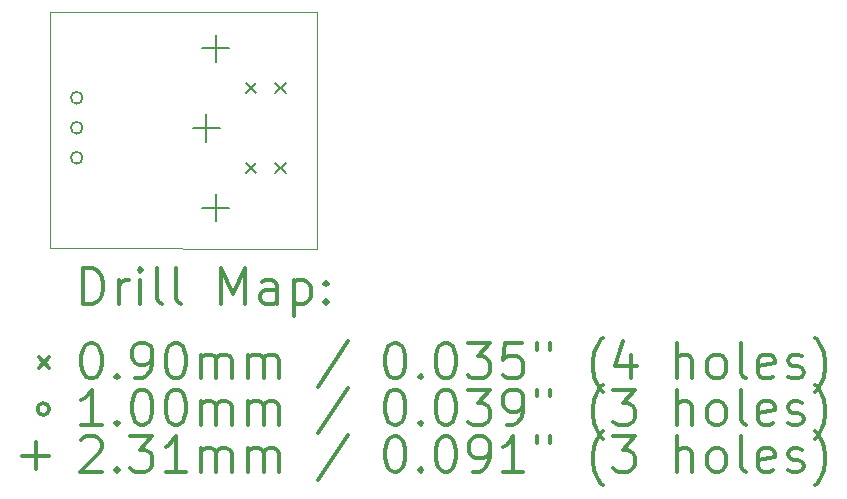
<source format=gbr>
%FSLAX45Y45*%
G04 Gerber Fmt 4.5, Leading zero omitted, Abs format (unit mm)*
G04 Created by KiCad (PCBNEW (5.1.9)-1) date 2021-04-04 18:43:19*
%MOMM*%
%LPD*%
G01*
G04 APERTURE LIST*
%TA.AperFunction,Profile*%
%ADD10C,0.050000*%
%TD*%
%ADD11C,0.200000*%
%ADD12C,0.300000*%
G04 APERTURE END LIST*
D10*
X13998000Y-12091000D02*
X14002000Y-12091000D01*
X14003000Y-12091000D02*
X16262000Y-12092000D01*
X13999000Y-10085000D02*
X13998000Y-12091000D01*
X16259000Y-10086000D02*
X13999000Y-10085000D01*
X16260000Y-12092000D02*
X16259000Y-10086000D01*
D11*
X15660000Y-10686000D02*
X15750000Y-10776000D01*
X15750000Y-10686000D02*
X15660000Y-10776000D01*
X15660000Y-11366000D02*
X15750000Y-11456000D01*
X15750000Y-11366000D02*
X15660000Y-11456000D01*
X15910000Y-10686000D02*
X16000000Y-10776000D01*
X16000000Y-10686000D02*
X15910000Y-10776000D01*
X15910000Y-11366000D02*
X16000000Y-11456000D01*
X16000000Y-11366000D02*
X15910000Y-11456000D01*
X14278000Y-10815000D02*
G75*
G03*
X14278000Y-10815000I-50000J0D01*
G01*
X14278000Y-11069000D02*
G75*
G03*
X14278000Y-11069000I-50000J0D01*
G01*
X14278000Y-11323000D02*
G75*
G03*
X14278000Y-11323000I-50000J0D01*
G01*
X15325000Y-10955500D02*
X15325000Y-11186500D01*
X15209500Y-11071000D02*
X15440500Y-11071000D01*
X15405000Y-10280500D02*
X15405000Y-10511500D01*
X15289500Y-10396000D02*
X15520500Y-10396000D01*
X15405000Y-11630500D02*
X15405000Y-11861500D01*
X15289500Y-11746000D02*
X15520500Y-11746000D01*
D12*
X14281928Y-12560214D02*
X14281928Y-12260214D01*
X14353357Y-12260214D01*
X14396214Y-12274500D01*
X14424786Y-12303071D01*
X14439071Y-12331643D01*
X14453357Y-12388786D01*
X14453357Y-12431643D01*
X14439071Y-12488786D01*
X14424786Y-12517357D01*
X14396214Y-12545929D01*
X14353357Y-12560214D01*
X14281928Y-12560214D01*
X14581928Y-12560214D02*
X14581928Y-12360214D01*
X14581928Y-12417357D02*
X14596214Y-12388786D01*
X14610500Y-12374500D01*
X14639071Y-12360214D01*
X14667643Y-12360214D01*
X14767643Y-12560214D02*
X14767643Y-12360214D01*
X14767643Y-12260214D02*
X14753357Y-12274500D01*
X14767643Y-12288786D01*
X14781928Y-12274500D01*
X14767643Y-12260214D01*
X14767643Y-12288786D01*
X14953357Y-12560214D02*
X14924786Y-12545929D01*
X14910500Y-12517357D01*
X14910500Y-12260214D01*
X15110500Y-12560214D02*
X15081928Y-12545929D01*
X15067643Y-12517357D01*
X15067643Y-12260214D01*
X15453357Y-12560214D02*
X15453357Y-12260214D01*
X15553357Y-12474500D01*
X15653357Y-12260214D01*
X15653357Y-12560214D01*
X15924786Y-12560214D02*
X15924786Y-12403071D01*
X15910500Y-12374500D01*
X15881928Y-12360214D01*
X15824786Y-12360214D01*
X15796214Y-12374500D01*
X15924786Y-12545929D02*
X15896214Y-12560214D01*
X15824786Y-12560214D01*
X15796214Y-12545929D01*
X15781928Y-12517357D01*
X15781928Y-12488786D01*
X15796214Y-12460214D01*
X15824786Y-12445929D01*
X15896214Y-12445929D01*
X15924786Y-12431643D01*
X16067643Y-12360214D02*
X16067643Y-12660214D01*
X16067643Y-12374500D02*
X16096214Y-12360214D01*
X16153357Y-12360214D01*
X16181928Y-12374500D01*
X16196214Y-12388786D01*
X16210500Y-12417357D01*
X16210500Y-12503071D01*
X16196214Y-12531643D01*
X16181928Y-12545929D01*
X16153357Y-12560214D01*
X16096214Y-12560214D01*
X16067643Y-12545929D01*
X16339071Y-12531643D02*
X16353357Y-12545929D01*
X16339071Y-12560214D01*
X16324786Y-12545929D01*
X16339071Y-12531643D01*
X16339071Y-12560214D01*
X16339071Y-12374500D02*
X16353357Y-12388786D01*
X16339071Y-12403071D01*
X16324786Y-12388786D01*
X16339071Y-12374500D01*
X16339071Y-12403071D01*
X13905500Y-13009500D02*
X13995500Y-13099500D01*
X13995500Y-13009500D02*
X13905500Y-13099500D01*
X14339071Y-12890214D02*
X14367643Y-12890214D01*
X14396214Y-12904500D01*
X14410500Y-12918786D01*
X14424786Y-12947357D01*
X14439071Y-13004500D01*
X14439071Y-13075929D01*
X14424786Y-13133071D01*
X14410500Y-13161643D01*
X14396214Y-13175929D01*
X14367643Y-13190214D01*
X14339071Y-13190214D01*
X14310500Y-13175929D01*
X14296214Y-13161643D01*
X14281928Y-13133071D01*
X14267643Y-13075929D01*
X14267643Y-13004500D01*
X14281928Y-12947357D01*
X14296214Y-12918786D01*
X14310500Y-12904500D01*
X14339071Y-12890214D01*
X14567643Y-13161643D02*
X14581928Y-13175929D01*
X14567643Y-13190214D01*
X14553357Y-13175929D01*
X14567643Y-13161643D01*
X14567643Y-13190214D01*
X14724786Y-13190214D02*
X14781928Y-13190214D01*
X14810500Y-13175929D01*
X14824786Y-13161643D01*
X14853357Y-13118786D01*
X14867643Y-13061643D01*
X14867643Y-12947357D01*
X14853357Y-12918786D01*
X14839071Y-12904500D01*
X14810500Y-12890214D01*
X14753357Y-12890214D01*
X14724786Y-12904500D01*
X14710500Y-12918786D01*
X14696214Y-12947357D01*
X14696214Y-13018786D01*
X14710500Y-13047357D01*
X14724786Y-13061643D01*
X14753357Y-13075929D01*
X14810500Y-13075929D01*
X14839071Y-13061643D01*
X14853357Y-13047357D01*
X14867643Y-13018786D01*
X15053357Y-12890214D02*
X15081928Y-12890214D01*
X15110500Y-12904500D01*
X15124786Y-12918786D01*
X15139071Y-12947357D01*
X15153357Y-13004500D01*
X15153357Y-13075929D01*
X15139071Y-13133071D01*
X15124786Y-13161643D01*
X15110500Y-13175929D01*
X15081928Y-13190214D01*
X15053357Y-13190214D01*
X15024786Y-13175929D01*
X15010500Y-13161643D01*
X14996214Y-13133071D01*
X14981928Y-13075929D01*
X14981928Y-13004500D01*
X14996214Y-12947357D01*
X15010500Y-12918786D01*
X15024786Y-12904500D01*
X15053357Y-12890214D01*
X15281928Y-13190214D02*
X15281928Y-12990214D01*
X15281928Y-13018786D02*
X15296214Y-13004500D01*
X15324786Y-12990214D01*
X15367643Y-12990214D01*
X15396214Y-13004500D01*
X15410500Y-13033071D01*
X15410500Y-13190214D01*
X15410500Y-13033071D02*
X15424786Y-13004500D01*
X15453357Y-12990214D01*
X15496214Y-12990214D01*
X15524786Y-13004500D01*
X15539071Y-13033071D01*
X15539071Y-13190214D01*
X15681928Y-13190214D02*
X15681928Y-12990214D01*
X15681928Y-13018786D02*
X15696214Y-13004500D01*
X15724786Y-12990214D01*
X15767643Y-12990214D01*
X15796214Y-13004500D01*
X15810500Y-13033071D01*
X15810500Y-13190214D01*
X15810500Y-13033071D02*
X15824786Y-13004500D01*
X15853357Y-12990214D01*
X15896214Y-12990214D01*
X15924786Y-13004500D01*
X15939071Y-13033071D01*
X15939071Y-13190214D01*
X16524786Y-12875929D02*
X16267643Y-13261643D01*
X16910500Y-12890214D02*
X16939071Y-12890214D01*
X16967643Y-12904500D01*
X16981928Y-12918786D01*
X16996214Y-12947357D01*
X17010500Y-13004500D01*
X17010500Y-13075929D01*
X16996214Y-13133071D01*
X16981928Y-13161643D01*
X16967643Y-13175929D01*
X16939071Y-13190214D01*
X16910500Y-13190214D01*
X16881928Y-13175929D01*
X16867643Y-13161643D01*
X16853357Y-13133071D01*
X16839071Y-13075929D01*
X16839071Y-13004500D01*
X16853357Y-12947357D01*
X16867643Y-12918786D01*
X16881928Y-12904500D01*
X16910500Y-12890214D01*
X17139071Y-13161643D02*
X17153357Y-13175929D01*
X17139071Y-13190214D01*
X17124786Y-13175929D01*
X17139071Y-13161643D01*
X17139071Y-13190214D01*
X17339071Y-12890214D02*
X17367643Y-12890214D01*
X17396214Y-12904500D01*
X17410500Y-12918786D01*
X17424786Y-12947357D01*
X17439071Y-13004500D01*
X17439071Y-13075929D01*
X17424786Y-13133071D01*
X17410500Y-13161643D01*
X17396214Y-13175929D01*
X17367643Y-13190214D01*
X17339071Y-13190214D01*
X17310500Y-13175929D01*
X17296214Y-13161643D01*
X17281928Y-13133071D01*
X17267643Y-13075929D01*
X17267643Y-13004500D01*
X17281928Y-12947357D01*
X17296214Y-12918786D01*
X17310500Y-12904500D01*
X17339071Y-12890214D01*
X17539071Y-12890214D02*
X17724786Y-12890214D01*
X17624786Y-13004500D01*
X17667643Y-13004500D01*
X17696214Y-13018786D01*
X17710500Y-13033071D01*
X17724786Y-13061643D01*
X17724786Y-13133071D01*
X17710500Y-13161643D01*
X17696214Y-13175929D01*
X17667643Y-13190214D01*
X17581928Y-13190214D01*
X17553357Y-13175929D01*
X17539071Y-13161643D01*
X17996214Y-12890214D02*
X17853357Y-12890214D01*
X17839071Y-13033071D01*
X17853357Y-13018786D01*
X17881928Y-13004500D01*
X17953357Y-13004500D01*
X17981928Y-13018786D01*
X17996214Y-13033071D01*
X18010500Y-13061643D01*
X18010500Y-13133071D01*
X17996214Y-13161643D01*
X17981928Y-13175929D01*
X17953357Y-13190214D01*
X17881928Y-13190214D01*
X17853357Y-13175929D01*
X17839071Y-13161643D01*
X18124786Y-12890214D02*
X18124786Y-12947357D01*
X18239071Y-12890214D02*
X18239071Y-12947357D01*
X18681928Y-13304500D02*
X18667643Y-13290214D01*
X18639071Y-13247357D01*
X18624786Y-13218786D01*
X18610500Y-13175929D01*
X18596214Y-13104500D01*
X18596214Y-13047357D01*
X18610500Y-12975929D01*
X18624786Y-12933071D01*
X18639071Y-12904500D01*
X18667643Y-12861643D01*
X18681928Y-12847357D01*
X18924786Y-12990214D02*
X18924786Y-13190214D01*
X18853357Y-12875929D02*
X18781928Y-13090214D01*
X18967643Y-13090214D01*
X19310500Y-13190214D02*
X19310500Y-12890214D01*
X19439071Y-13190214D02*
X19439071Y-13033071D01*
X19424786Y-13004500D01*
X19396214Y-12990214D01*
X19353357Y-12990214D01*
X19324786Y-13004500D01*
X19310500Y-13018786D01*
X19624786Y-13190214D02*
X19596214Y-13175929D01*
X19581928Y-13161643D01*
X19567643Y-13133071D01*
X19567643Y-13047357D01*
X19581928Y-13018786D01*
X19596214Y-13004500D01*
X19624786Y-12990214D01*
X19667643Y-12990214D01*
X19696214Y-13004500D01*
X19710500Y-13018786D01*
X19724786Y-13047357D01*
X19724786Y-13133071D01*
X19710500Y-13161643D01*
X19696214Y-13175929D01*
X19667643Y-13190214D01*
X19624786Y-13190214D01*
X19896214Y-13190214D02*
X19867643Y-13175929D01*
X19853357Y-13147357D01*
X19853357Y-12890214D01*
X20124786Y-13175929D02*
X20096214Y-13190214D01*
X20039071Y-13190214D01*
X20010500Y-13175929D01*
X19996214Y-13147357D01*
X19996214Y-13033071D01*
X20010500Y-13004500D01*
X20039071Y-12990214D01*
X20096214Y-12990214D01*
X20124786Y-13004500D01*
X20139071Y-13033071D01*
X20139071Y-13061643D01*
X19996214Y-13090214D01*
X20253357Y-13175929D02*
X20281928Y-13190214D01*
X20339071Y-13190214D01*
X20367643Y-13175929D01*
X20381928Y-13147357D01*
X20381928Y-13133071D01*
X20367643Y-13104500D01*
X20339071Y-13090214D01*
X20296214Y-13090214D01*
X20267643Y-13075929D01*
X20253357Y-13047357D01*
X20253357Y-13033071D01*
X20267643Y-13004500D01*
X20296214Y-12990214D01*
X20339071Y-12990214D01*
X20367643Y-13004500D01*
X20481928Y-13304500D02*
X20496214Y-13290214D01*
X20524786Y-13247357D01*
X20539071Y-13218786D01*
X20553357Y-13175929D01*
X20567643Y-13104500D01*
X20567643Y-13047357D01*
X20553357Y-12975929D01*
X20539071Y-12933071D01*
X20524786Y-12904500D01*
X20496214Y-12861643D01*
X20481928Y-12847357D01*
X13995500Y-13450500D02*
G75*
G03*
X13995500Y-13450500I-50000J0D01*
G01*
X14439071Y-13586214D02*
X14267643Y-13586214D01*
X14353357Y-13586214D02*
X14353357Y-13286214D01*
X14324786Y-13329071D01*
X14296214Y-13357643D01*
X14267643Y-13371929D01*
X14567643Y-13557643D02*
X14581928Y-13571929D01*
X14567643Y-13586214D01*
X14553357Y-13571929D01*
X14567643Y-13557643D01*
X14567643Y-13586214D01*
X14767643Y-13286214D02*
X14796214Y-13286214D01*
X14824786Y-13300500D01*
X14839071Y-13314786D01*
X14853357Y-13343357D01*
X14867643Y-13400500D01*
X14867643Y-13471929D01*
X14853357Y-13529071D01*
X14839071Y-13557643D01*
X14824786Y-13571929D01*
X14796214Y-13586214D01*
X14767643Y-13586214D01*
X14739071Y-13571929D01*
X14724786Y-13557643D01*
X14710500Y-13529071D01*
X14696214Y-13471929D01*
X14696214Y-13400500D01*
X14710500Y-13343357D01*
X14724786Y-13314786D01*
X14739071Y-13300500D01*
X14767643Y-13286214D01*
X15053357Y-13286214D02*
X15081928Y-13286214D01*
X15110500Y-13300500D01*
X15124786Y-13314786D01*
X15139071Y-13343357D01*
X15153357Y-13400500D01*
X15153357Y-13471929D01*
X15139071Y-13529071D01*
X15124786Y-13557643D01*
X15110500Y-13571929D01*
X15081928Y-13586214D01*
X15053357Y-13586214D01*
X15024786Y-13571929D01*
X15010500Y-13557643D01*
X14996214Y-13529071D01*
X14981928Y-13471929D01*
X14981928Y-13400500D01*
X14996214Y-13343357D01*
X15010500Y-13314786D01*
X15024786Y-13300500D01*
X15053357Y-13286214D01*
X15281928Y-13586214D02*
X15281928Y-13386214D01*
X15281928Y-13414786D02*
X15296214Y-13400500D01*
X15324786Y-13386214D01*
X15367643Y-13386214D01*
X15396214Y-13400500D01*
X15410500Y-13429071D01*
X15410500Y-13586214D01*
X15410500Y-13429071D02*
X15424786Y-13400500D01*
X15453357Y-13386214D01*
X15496214Y-13386214D01*
X15524786Y-13400500D01*
X15539071Y-13429071D01*
X15539071Y-13586214D01*
X15681928Y-13586214D02*
X15681928Y-13386214D01*
X15681928Y-13414786D02*
X15696214Y-13400500D01*
X15724786Y-13386214D01*
X15767643Y-13386214D01*
X15796214Y-13400500D01*
X15810500Y-13429071D01*
X15810500Y-13586214D01*
X15810500Y-13429071D02*
X15824786Y-13400500D01*
X15853357Y-13386214D01*
X15896214Y-13386214D01*
X15924786Y-13400500D01*
X15939071Y-13429071D01*
X15939071Y-13586214D01*
X16524786Y-13271929D02*
X16267643Y-13657643D01*
X16910500Y-13286214D02*
X16939071Y-13286214D01*
X16967643Y-13300500D01*
X16981928Y-13314786D01*
X16996214Y-13343357D01*
X17010500Y-13400500D01*
X17010500Y-13471929D01*
X16996214Y-13529071D01*
X16981928Y-13557643D01*
X16967643Y-13571929D01*
X16939071Y-13586214D01*
X16910500Y-13586214D01*
X16881928Y-13571929D01*
X16867643Y-13557643D01*
X16853357Y-13529071D01*
X16839071Y-13471929D01*
X16839071Y-13400500D01*
X16853357Y-13343357D01*
X16867643Y-13314786D01*
X16881928Y-13300500D01*
X16910500Y-13286214D01*
X17139071Y-13557643D02*
X17153357Y-13571929D01*
X17139071Y-13586214D01*
X17124786Y-13571929D01*
X17139071Y-13557643D01*
X17139071Y-13586214D01*
X17339071Y-13286214D02*
X17367643Y-13286214D01*
X17396214Y-13300500D01*
X17410500Y-13314786D01*
X17424786Y-13343357D01*
X17439071Y-13400500D01*
X17439071Y-13471929D01*
X17424786Y-13529071D01*
X17410500Y-13557643D01*
X17396214Y-13571929D01*
X17367643Y-13586214D01*
X17339071Y-13586214D01*
X17310500Y-13571929D01*
X17296214Y-13557643D01*
X17281928Y-13529071D01*
X17267643Y-13471929D01*
X17267643Y-13400500D01*
X17281928Y-13343357D01*
X17296214Y-13314786D01*
X17310500Y-13300500D01*
X17339071Y-13286214D01*
X17539071Y-13286214D02*
X17724786Y-13286214D01*
X17624786Y-13400500D01*
X17667643Y-13400500D01*
X17696214Y-13414786D01*
X17710500Y-13429071D01*
X17724786Y-13457643D01*
X17724786Y-13529071D01*
X17710500Y-13557643D01*
X17696214Y-13571929D01*
X17667643Y-13586214D01*
X17581928Y-13586214D01*
X17553357Y-13571929D01*
X17539071Y-13557643D01*
X17867643Y-13586214D02*
X17924786Y-13586214D01*
X17953357Y-13571929D01*
X17967643Y-13557643D01*
X17996214Y-13514786D01*
X18010500Y-13457643D01*
X18010500Y-13343357D01*
X17996214Y-13314786D01*
X17981928Y-13300500D01*
X17953357Y-13286214D01*
X17896214Y-13286214D01*
X17867643Y-13300500D01*
X17853357Y-13314786D01*
X17839071Y-13343357D01*
X17839071Y-13414786D01*
X17853357Y-13443357D01*
X17867643Y-13457643D01*
X17896214Y-13471929D01*
X17953357Y-13471929D01*
X17981928Y-13457643D01*
X17996214Y-13443357D01*
X18010500Y-13414786D01*
X18124786Y-13286214D02*
X18124786Y-13343357D01*
X18239071Y-13286214D02*
X18239071Y-13343357D01*
X18681928Y-13700500D02*
X18667643Y-13686214D01*
X18639071Y-13643357D01*
X18624786Y-13614786D01*
X18610500Y-13571929D01*
X18596214Y-13500500D01*
X18596214Y-13443357D01*
X18610500Y-13371929D01*
X18624786Y-13329071D01*
X18639071Y-13300500D01*
X18667643Y-13257643D01*
X18681928Y-13243357D01*
X18767643Y-13286214D02*
X18953357Y-13286214D01*
X18853357Y-13400500D01*
X18896214Y-13400500D01*
X18924786Y-13414786D01*
X18939071Y-13429071D01*
X18953357Y-13457643D01*
X18953357Y-13529071D01*
X18939071Y-13557643D01*
X18924786Y-13571929D01*
X18896214Y-13586214D01*
X18810500Y-13586214D01*
X18781928Y-13571929D01*
X18767643Y-13557643D01*
X19310500Y-13586214D02*
X19310500Y-13286214D01*
X19439071Y-13586214D02*
X19439071Y-13429071D01*
X19424786Y-13400500D01*
X19396214Y-13386214D01*
X19353357Y-13386214D01*
X19324786Y-13400500D01*
X19310500Y-13414786D01*
X19624786Y-13586214D02*
X19596214Y-13571929D01*
X19581928Y-13557643D01*
X19567643Y-13529071D01*
X19567643Y-13443357D01*
X19581928Y-13414786D01*
X19596214Y-13400500D01*
X19624786Y-13386214D01*
X19667643Y-13386214D01*
X19696214Y-13400500D01*
X19710500Y-13414786D01*
X19724786Y-13443357D01*
X19724786Y-13529071D01*
X19710500Y-13557643D01*
X19696214Y-13571929D01*
X19667643Y-13586214D01*
X19624786Y-13586214D01*
X19896214Y-13586214D02*
X19867643Y-13571929D01*
X19853357Y-13543357D01*
X19853357Y-13286214D01*
X20124786Y-13571929D02*
X20096214Y-13586214D01*
X20039071Y-13586214D01*
X20010500Y-13571929D01*
X19996214Y-13543357D01*
X19996214Y-13429071D01*
X20010500Y-13400500D01*
X20039071Y-13386214D01*
X20096214Y-13386214D01*
X20124786Y-13400500D01*
X20139071Y-13429071D01*
X20139071Y-13457643D01*
X19996214Y-13486214D01*
X20253357Y-13571929D02*
X20281928Y-13586214D01*
X20339071Y-13586214D01*
X20367643Y-13571929D01*
X20381928Y-13543357D01*
X20381928Y-13529071D01*
X20367643Y-13500500D01*
X20339071Y-13486214D01*
X20296214Y-13486214D01*
X20267643Y-13471929D01*
X20253357Y-13443357D01*
X20253357Y-13429071D01*
X20267643Y-13400500D01*
X20296214Y-13386214D01*
X20339071Y-13386214D01*
X20367643Y-13400500D01*
X20481928Y-13700500D02*
X20496214Y-13686214D01*
X20524786Y-13643357D01*
X20539071Y-13614786D01*
X20553357Y-13571929D01*
X20567643Y-13500500D01*
X20567643Y-13443357D01*
X20553357Y-13371929D01*
X20539071Y-13329071D01*
X20524786Y-13300500D01*
X20496214Y-13257643D01*
X20481928Y-13243357D01*
X13880000Y-13731000D02*
X13880000Y-13962000D01*
X13764500Y-13846500D02*
X13995500Y-13846500D01*
X14267643Y-13710786D02*
X14281928Y-13696500D01*
X14310500Y-13682214D01*
X14381928Y-13682214D01*
X14410500Y-13696500D01*
X14424786Y-13710786D01*
X14439071Y-13739357D01*
X14439071Y-13767929D01*
X14424786Y-13810786D01*
X14253357Y-13982214D01*
X14439071Y-13982214D01*
X14567643Y-13953643D02*
X14581928Y-13967929D01*
X14567643Y-13982214D01*
X14553357Y-13967929D01*
X14567643Y-13953643D01*
X14567643Y-13982214D01*
X14681928Y-13682214D02*
X14867643Y-13682214D01*
X14767643Y-13796500D01*
X14810500Y-13796500D01*
X14839071Y-13810786D01*
X14853357Y-13825071D01*
X14867643Y-13853643D01*
X14867643Y-13925071D01*
X14853357Y-13953643D01*
X14839071Y-13967929D01*
X14810500Y-13982214D01*
X14724786Y-13982214D01*
X14696214Y-13967929D01*
X14681928Y-13953643D01*
X15153357Y-13982214D02*
X14981928Y-13982214D01*
X15067643Y-13982214D02*
X15067643Y-13682214D01*
X15039071Y-13725071D01*
X15010500Y-13753643D01*
X14981928Y-13767929D01*
X15281928Y-13982214D02*
X15281928Y-13782214D01*
X15281928Y-13810786D02*
X15296214Y-13796500D01*
X15324786Y-13782214D01*
X15367643Y-13782214D01*
X15396214Y-13796500D01*
X15410500Y-13825071D01*
X15410500Y-13982214D01*
X15410500Y-13825071D02*
X15424786Y-13796500D01*
X15453357Y-13782214D01*
X15496214Y-13782214D01*
X15524786Y-13796500D01*
X15539071Y-13825071D01*
X15539071Y-13982214D01*
X15681928Y-13982214D02*
X15681928Y-13782214D01*
X15681928Y-13810786D02*
X15696214Y-13796500D01*
X15724786Y-13782214D01*
X15767643Y-13782214D01*
X15796214Y-13796500D01*
X15810500Y-13825071D01*
X15810500Y-13982214D01*
X15810500Y-13825071D02*
X15824786Y-13796500D01*
X15853357Y-13782214D01*
X15896214Y-13782214D01*
X15924786Y-13796500D01*
X15939071Y-13825071D01*
X15939071Y-13982214D01*
X16524786Y-13667929D02*
X16267643Y-14053643D01*
X16910500Y-13682214D02*
X16939071Y-13682214D01*
X16967643Y-13696500D01*
X16981928Y-13710786D01*
X16996214Y-13739357D01*
X17010500Y-13796500D01*
X17010500Y-13867929D01*
X16996214Y-13925071D01*
X16981928Y-13953643D01*
X16967643Y-13967929D01*
X16939071Y-13982214D01*
X16910500Y-13982214D01*
X16881928Y-13967929D01*
X16867643Y-13953643D01*
X16853357Y-13925071D01*
X16839071Y-13867929D01*
X16839071Y-13796500D01*
X16853357Y-13739357D01*
X16867643Y-13710786D01*
X16881928Y-13696500D01*
X16910500Y-13682214D01*
X17139071Y-13953643D02*
X17153357Y-13967929D01*
X17139071Y-13982214D01*
X17124786Y-13967929D01*
X17139071Y-13953643D01*
X17139071Y-13982214D01*
X17339071Y-13682214D02*
X17367643Y-13682214D01*
X17396214Y-13696500D01*
X17410500Y-13710786D01*
X17424786Y-13739357D01*
X17439071Y-13796500D01*
X17439071Y-13867929D01*
X17424786Y-13925071D01*
X17410500Y-13953643D01*
X17396214Y-13967929D01*
X17367643Y-13982214D01*
X17339071Y-13982214D01*
X17310500Y-13967929D01*
X17296214Y-13953643D01*
X17281928Y-13925071D01*
X17267643Y-13867929D01*
X17267643Y-13796500D01*
X17281928Y-13739357D01*
X17296214Y-13710786D01*
X17310500Y-13696500D01*
X17339071Y-13682214D01*
X17581928Y-13982214D02*
X17639071Y-13982214D01*
X17667643Y-13967929D01*
X17681928Y-13953643D01*
X17710500Y-13910786D01*
X17724786Y-13853643D01*
X17724786Y-13739357D01*
X17710500Y-13710786D01*
X17696214Y-13696500D01*
X17667643Y-13682214D01*
X17610500Y-13682214D01*
X17581928Y-13696500D01*
X17567643Y-13710786D01*
X17553357Y-13739357D01*
X17553357Y-13810786D01*
X17567643Y-13839357D01*
X17581928Y-13853643D01*
X17610500Y-13867929D01*
X17667643Y-13867929D01*
X17696214Y-13853643D01*
X17710500Y-13839357D01*
X17724786Y-13810786D01*
X18010500Y-13982214D02*
X17839071Y-13982214D01*
X17924786Y-13982214D02*
X17924786Y-13682214D01*
X17896214Y-13725071D01*
X17867643Y-13753643D01*
X17839071Y-13767929D01*
X18124786Y-13682214D02*
X18124786Y-13739357D01*
X18239071Y-13682214D02*
X18239071Y-13739357D01*
X18681928Y-14096500D02*
X18667643Y-14082214D01*
X18639071Y-14039357D01*
X18624786Y-14010786D01*
X18610500Y-13967929D01*
X18596214Y-13896500D01*
X18596214Y-13839357D01*
X18610500Y-13767929D01*
X18624786Y-13725071D01*
X18639071Y-13696500D01*
X18667643Y-13653643D01*
X18681928Y-13639357D01*
X18767643Y-13682214D02*
X18953357Y-13682214D01*
X18853357Y-13796500D01*
X18896214Y-13796500D01*
X18924786Y-13810786D01*
X18939071Y-13825071D01*
X18953357Y-13853643D01*
X18953357Y-13925071D01*
X18939071Y-13953643D01*
X18924786Y-13967929D01*
X18896214Y-13982214D01*
X18810500Y-13982214D01*
X18781928Y-13967929D01*
X18767643Y-13953643D01*
X19310500Y-13982214D02*
X19310500Y-13682214D01*
X19439071Y-13982214D02*
X19439071Y-13825071D01*
X19424786Y-13796500D01*
X19396214Y-13782214D01*
X19353357Y-13782214D01*
X19324786Y-13796500D01*
X19310500Y-13810786D01*
X19624786Y-13982214D02*
X19596214Y-13967929D01*
X19581928Y-13953643D01*
X19567643Y-13925071D01*
X19567643Y-13839357D01*
X19581928Y-13810786D01*
X19596214Y-13796500D01*
X19624786Y-13782214D01*
X19667643Y-13782214D01*
X19696214Y-13796500D01*
X19710500Y-13810786D01*
X19724786Y-13839357D01*
X19724786Y-13925071D01*
X19710500Y-13953643D01*
X19696214Y-13967929D01*
X19667643Y-13982214D01*
X19624786Y-13982214D01*
X19896214Y-13982214D02*
X19867643Y-13967929D01*
X19853357Y-13939357D01*
X19853357Y-13682214D01*
X20124786Y-13967929D02*
X20096214Y-13982214D01*
X20039071Y-13982214D01*
X20010500Y-13967929D01*
X19996214Y-13939357D01*
X19996214Y-13825071D01*
X20010500Y-13796500D01*
X20039071Y-13782214D01*
X20096214Y-13782214D01*
X20124786Y-13796500D01*
X20139071Y-13825071D01*
X20139071Y-13853643D01*
X19996214Y-13882214D01*
X20253357Y-13967929D02*
X20281928Y-13982214D01*
X20339071Y-13982214D01*
X20367643Y-13967929D01*
X20381928Y-13939357D01*
X20381928Y-13925071D01*
X20367643Y-13896500D01*
X20339071Y-13882214D01*
X20296214Y-13882214D01*
X20267643Y-13867929D01*
X20253357Y-13839357D01*
X20253357Y-13825071D01*
X20267643Y-13796500D01*
X20296214Y-13782214D01*
X20339071Y-13782214D01*
X20367643Y-13796500D01*
X20481928Y-14096500D02*
X20496214Y-14082214D01*
X20524786Y-14039357D01*
X20539071Y-14010786D01*
X20553357Y-13967929D01*
X20567643Y-13896500D01*
X20567643Y-13839357D01*
X20553357Y-13767929D01*
X20539071Y-13725071D01*
X20524786Y-13696500D01*
X20496214Y-13653643D01*
X20481928Y-13639357D01*
M02*

</source>
